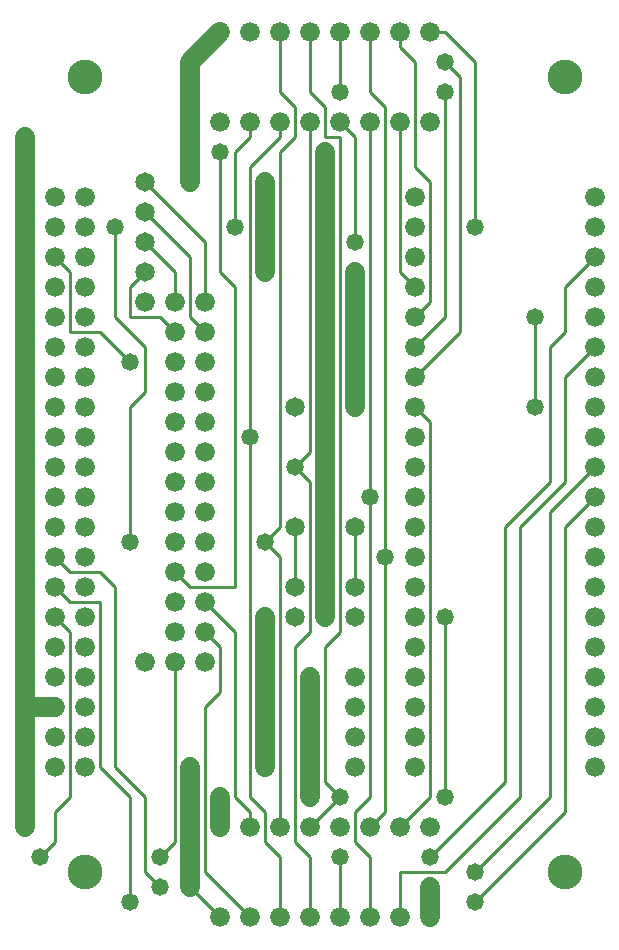
<source format=gtl>
%MOIN*%
%FSLAX25Y25*%
G04 D10 used for Character Trace; *
G04     Circle (OD=.01000) (No hole)*
G04 D11 used for Power Trace; *
G04     Circle (OD=.06700) (No hole)*
G04 D12 used for Signal Trace; *
G04     Circle (OD=.01100) (No hole)*
G04 D13 used for Via; *
G04     Circle (OD=.05800) (Round. Hole ID=.02800)*
G04 D14 used for Component hole; *
G04     Circle (OD=.06500) (Round. Hole ID=.03500)*
G04 D15 used for Component hole; *
G04     Circle (OD=.06600) (Round. Hole ID=.04200)*
G04 D16 used for Component hole; *
G04     Circle (OD=.08200) (Round. Hole ID=.05200)*
G04 D17 used for Component hole; *
G04     Circle (OD=.08950) (Round. Hole ID=.05950)*
G04 D18 used for Component hole; *
G04     Circle (OD=.11600) (Round. Hole ID=.08600)*
G04 D19 used for Component hole; *
G04     Circle (OD=.15500) (Round. Hole ID=.12500)*
G04 D20 used for Component hole; *
G04     Circle (OD=.18200) (Round. Hole ID=.15200)*
G04 D21 used for Component hole; *
G04     Circle (OD=.24300) (Round. Hole ID=.21300)*
%ADD10C,.01000*%
%ADD11C,.06700*%
%ADD12C,.01100*%
%ADD13C,.05800*%
%ADD14C,.06500*%
%ADD15C,.06600*%
%ADD16C,.08200*%
%ADD17C,.08950*%
%ADD18C,.11600*%
%ADD19C,.15500*%
%ADD20C,.18200*%
%ADD21C,.24300*%
%IPPOS*%
%LPD*%
G90*X0Y0D02*D18*X25000Y25000D03*D13*              
X10000Y30000D03*D12*X15000Y35000D01*Y45000D01*    
X20000Y50000D01*Y105000D01*X15000Y110000D01*D15*  
D03*D12*X20000Y115000D02*X30000D01*Y60000D01*     
X40000Y50000D01*Y15000D01*D13*D03*D12*            
X50000Y20000D02*X45000Y25000D01*D13*              
X50000Y20000D03*D12*X45000Y25000D02*Y50000D01*    
X35000Y60000D01*Y120000D01*X30000Y125000D01*      
X20000D01*X15000Y130000D01*D15*D03*               
X25000Y120000D03*Y140000D03*Y130000D03*           
X15000Y140000D03*Y120000D03*D12*X20000Y115000D01* 
D15*X25000Y110000D03*X15000Y100000D03*X25000D03*  
D13*X40000Y135000D03*D12*Y180000D01*              
X45000Y185000D01*Y200000D01*X35000Y210000D01*     
Y240000D01*D13*D03*D15*X25000Y250000D03*          
Y230000D03*D14*X45000Y235000D03*D12*              
X55000Y225000D01*Y215000D01*D15*D03*D12*          
X65000Y205000D02*X60000Y210000D01*D15*            
X65000Y205000D03*D12*X60000Y210000D02*Y230000D01* 
X45000Y245000D01*D14*D03*Y255000D03*D12*          
X65000Y235000D01*Y215000D01*D15*D03*              
X55000Y205000D03*D12*X50000Y210000D01*X40000D01*  
Y220000D01*X45000Y225000D01*D14*D03*D15*          
Y215000D03*X25000Y240000D03*D12*X40000Y195000D02* 
X30000Y205000D01*D13*X40000Y195000D03*D12*        
X20000Y205000D02*X30000D01*X20000D02*Y225000D01*  
X15000Y230000D01*D15*D03*X25000Y220000D03*        
X15000Y240000D03*Y220000D03*Y250000D03*Y210000D03*
X25000D03*X15000Y200000D03*X25000D03*             
X55000Y195000D03*X15000Y190000D03*D13*            
X5000Y270000D03*D11*Y80000D01*Y40000D01*D13*D03*  
D15*X25000Y60000D03*X15000D03*X25000Y70000D03*    
X15000D03*X25000Y80000D03*X15000D03*D11*X5000D01* 
D15*X15000Y90000D03*X25000D03*X45000Y95000D03*D12*
X50000Y30000D02*X55000Y35000D01*D13*              
X50000Y30000D03*D12*X55000Y35000D02*Y95000D01*D15*
D03*X65000Y105000D03*D12*X70000Y100000D01*        
Y85000D01*X65000Y80000D01*Y25000D01*              
X80000Y10000D01*D15*D03*X90000D03*D12*Y30000D01*  
X85000Y35000D01*Y45000D01*X80000Y50000D01*        
Y170000D01*D13*D03*D12*Y260000D01*                
X90000Y270000D01*Y275000D01*D15*D03*D12*          
Y265000D02*X95000Y270000D01*X90000Y140000D02*     
Y265000D01*X85000Y135000D02*X90000Y140000D01*D13* 
X85000Y135000D03*D12*X90000Y130000D01*Y40000D01*  
D15*D03*D12*X100000Y30000D02*X95000Y35000D01*     
X100000Y10000D02*Y30000D01*D15*Y10000D03*         
X110000D03*D12*Y30000D01*D13*D03*D12*X120000D02*  
X115000Y35000D01*X120000Y10000D02*Y30000D01*D15*  
Y10000D03*X130000D03*D12*Y25000D01*X145000D01*    
X170000Y50000D01*Y140000D01*X185000Y155000D01*    
Y190000D01*X195000Y200000D01*D15*D03*D12*         
X180000D02*X185000Y205000D01*X180000Y155000D02*   
Y200000D01*X165000Y140000D02*X180000Y155000D01*   
X165000Y55000D02*Y140000D01*X140000Y30000D02*     
X165000Y55000D01*D13*X140000Y30000D03*D15*        
X130000Y40000D03*D12*X140000Y50000D01*Y175000D01* 
X135000Y180000D01*D15*D03*Y190000D03*D12*         
X150000Y205000D01*Y290000D01*X145000Y295000D01*   
D13*D03*D12*X155000Y240000D02*Y295000D01*D13*     
Y240000D03*D12*X140000Y215000D02*Y255000D01*      
X135000Y210000D02*X140000Y215000D01*D15*          
X135000Y210000D03*D12*Y200000D02*                 
X145000Y210000D01*D15*X135000Y200000D03*D12*      
X145000Y210000D02*Y285000D01*D13*D03*D12*         
X155000Y295000D02*X145000Y305000D01*X140000D01*   
D15*D03*D12*X135000Y260000D02*Y295000D01*         
X140000Y255000D02*X135000Y260000D01*D15*          
Y250000D03*Y240000D03*X120000Y275000D03*D12*      
Y150000D01*D13*D03*D12*Y50000D01*X115000Y45000D01*
Y35000D01*D15*X120000Y40000D03*D12*               
X125000Y45000D01*Y130000D01*D13*D03*D12*          
Y280000D01*X120000Y285000D01*Y305000D01*D15*D03*  
D12*X135000Y295000D02*X130000Y300000D01*          
Y305000D01*D15*D03*D13*X110000Y285000D03*D12*     
Y305000D01*D15*D03*X100000D03*D12*Y285000D01*     
X105000Y280000D01*Y270000D01*X110000D01*          
Y105000D01*X105000Y100000D01*Y55000D01*           
X110000Y50000D01*D13*D03*D12*X100000Y40000D01*D15*
D03*D12*X95000Y35000D02*Y100000D01*               
X100000Y105000D01*Y155000D01*X95000Y160000D01*D13*
D03*D12*X100000Y165000D01*Y275000D01*D15*D03*D12* 
X95000Y270000D02*Y280000D01*D13*X105000Y265000D03*
D11*Y195000D01*D13*D03*D11*Y110000D01*D13*D03*D14*
X115000Y120000D03*D12*Y140000D01*D14*D03*D15*     
X135000Y120000D03*Y160000D03*D14*X95000Y120000D03*
D12*Y140000D01*D14*D03*D12*X60000Y120000D02*      
X75000D01*X60000D02*X55000Y125000D01*D15*D03*     
X65000Y115000D03*D12*X75000Y105000D01*Y50000D01*  
X80000Y45000D01*Y40000D01*D15*D03*D13*            
X70000Y50000D03*D11*Y40000D01*D15*D03*D13*        
X60000Y50000D03*D11*Y20000D01*D13*D03*D12*        
X70000Y10000D01*D15*D03*D13*X100000Y50000D03*D11* 
Y90000D01*D13*D03*D15*X115000Y80000D03*Y90000D03* 
X85000D03*D11*Y80000D01*D15*D03*D11*Y70000D01*D15*
D03*D11*Y60000D01*D15*D03*X110000Y40000D03*D13*   
X60000Y60000D03*D11*Y50000D01*X85000Y90000D02*    
Y110000D01*D13*D03*D12*X75000Y120000D02*          
Y220000D01*X70000Y225000D01*Y265000D01*D13*D03*   
D12*X75000Y240000D02*Y265000D01*D13*Y240000D03*   
D14*X85000Y235000D03*D11*Y225000D01*D14*D03*D11*  
Y235000D02*Y245000D01*D14*D03*D11*Y255000D01*D14* 
D03*D12*X75000Y265000D02*X80000Y270000D01*        
Y275000D01*D15*D03*D12*X95000Y280000D02*          
X90000Y285000D01*Y305000D01*D15*D03*X80000D03*    
X70000D03*D11*X60000Y295000D01*Y270000D01*D13*D03*
D11*Y255000D01*D13*D03*D15*X70000Y275000D03*D18*  
X25000Y290000D03*D15*X110000Y275000D03*D12*       
X115000Y270000D01*Y235000D01*D13*D03*Y225000D03*  
D11*Y180000D01*D14*D03*D15*X135000Y170000D03*D14* 
X95000Y180000D03*D15*X135000Y150000D03*Y220000D03*
D12*X130000Y225000D01*Y275000D01*D15*D03*         
X140000D03*X135000Y230000D03*D12*                 
X185000Y205000D02*Y220000D01*D13*                 
X175000Y210000D03*D12*Y180000D01*D13*D03*D15*     
X195000Y160000D03*D12*X180000Y145000D01*Y50000D01*
X155000Y25000D01*D13*D03*Y15000D03*D12*           
X185000Y45000D01*Y140000D01*X195000Y150000D01*D15*
D03*Y140000D03*Y170000D03*Y130000D03*Y180000D03*  
Y120000D03*Y190000D03*Y110000D03*Y100000D03*D13*  
X145000Y110000D03*D12*Y50000D01*D13*D03*D15*      
X135000Y60000D03*X140000Y40000D03*                
X135000Y70000D03*X115000D03*Y60000D03*D13*        
X140000Y20000D03*D11*Y10000D01*D15*D03*D18*       
X185000Y25000D03*D15*X195000Y60000D03*Y70000D03*  
Y80000D03*X135000D03*X195000Y90000D03*X135000D03* 
X65000Y95000D03*X135000Y100000D03*                
X55000Y105000D03*X135000Y110000D03*D14*X115000D03*
X95000D03*D15*X55000Y115000D03*X65000Y125000D03*  
X135000Y130000D03*X65000Y135000D03*X55000D03*     
X135000Y140000D03*X65000Y145000D03*X55000D03*     
X25000Y150000D03*X15000D03*X65000Y155000D03*      
X55000D03*X25000Y160000D03*X15000D03*             
X65000Y165000D03*X55000D03*X25000Y170000D03*      
X15000D03*X65000Y175000D03*X55000D03*             
X25000Y180000D03*X15000D03*X65000Y185000D03*      
X55000D03*X25000Y190000D03*X65000Y195000D03*      
X195000Y210000D03*Y220000D03*D12*X185000D02*      
X195000Y230000D01*D15*D03*Y240000D03*Y250000D03*  
D18*X185000Y290000D03*M02*                        

</source>
